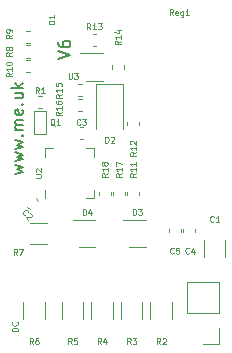
<source format=gbr>
%TF.GenerationSoftware,KiCad,Pcbnew,(5.1.9-0-10_14)*%
%TF.CreationDate,2021-07-20T13:17:21+01:00*%
%TF.ProjectId,Generic,47656e65-7269-4632-9e6b-696361645f70,6*%
%TF.SameCoordinates,Original*%
%TF.FileFunction,Legend,Top*%
%TF.FilePolarity,Positive*%
%FSLAX46Y46*%
G04 Gerber Fmt 4.6, Leading zero omitted, Abs format (unit mm)*
G04 Created by KiCad (PCBNEW (5.1.9-0-10_14)) date 2021-07-20 13:17:21*
%MOMM*%
%LPD*%
G01*
G04 APERTURE LIST*
%ADD10C,0.080000*%
%ADD11C,0.150000*%
%ADD12C,0.120000*%
%ADD13C,0.100000*%
G04 APERTURE END LIST*
D10*
X118326190Y-126080952D02*
X117826190Y-126080952D01*
X117826190Y-125961904D01*
X117850000Y-125890476D01*
X117897619Y-125842857D01*
X117945238Y-125819047D01*
X118040476Y-125795238D01*
X118111904Y-125795238D01*
X118207142Y-125819047D01*
X118254761Y-125842857D01*
X118302380Y-125890476D01*
X118326190Y-125961904D01*
X118326190Y-126080952D01*
X118278571Y-125295238D02*
X118302380Y-125319047D01*
X118326190Y-125390476D01*
X118326190Y-125438095D01*
X118302380Y-125509523D01*
X118254761Y-125557142D01*
X118207142Y-125580952D01*
X118111904Y-125604761D01*
X118040476Y-125604761D01*
X117945238Y-125580952D01*
X117897619Y-125557142D01*
X117850000Y-125509523D01*
X117826190Y-125438095D01*
X117826190Y-125390476D01*
X117850000Y-125319047D01*
X117873809Y-125295238D01*
D11*
X118085714Y-112757142D02*
X118752380Y-112566666D01*
X118276190Y-112376190D01*
X118752380Y-112185714D01*
X118085714Y-111995238D01*
X118085714Y-111709523D02*
X118752380Y-111519047D01*
X118276190Y-111328571D01*
X118752380Y-111138095D01*
X118085714Y-110947619D01*
X118085714Y-110661904D02*
X118752380Y-110471428D01*
X118276190Y-110280952D01*
X118752380Y-110090476D01*
X118085714Y-109900000D01*
X118657142Y-109519047D02*
X118704761Y-109471428D01*
X118752380Y-109519047D01*
X118704761Y-109566666D01*
X118657142Y-109519047D01*
X118752380Y-109519047D01*
X118752380Y-109042857D02*
X118085714Y-109042857D01*
X118180952Y-109042857D02*
X118133333Y-108995238D01*
X118085714Y-108900000D01*
X118085714Y-108757142D01*
X118133333Y-108661904D01*
X118228571Y-108614285D01*
X118752380Y-108614285D01*
X118228571Y-108614285D02*
X118133333Y-108566666D01*
X118085714Y-108471428D01*
X118085714Y-108328571D01*
X118133333Y-108233333D01*
X118228571Y-108185714D01*
X118752380Y-108185714D01*
X118704761Y-107328571D02*
X118752380Y-107423809D01*
X118752380Y-107614285D01*
X118704761Y-107709523D01*
X118609523Y-107757142D01*
X118228571Y-107757142D01*
X118133333Y-107709523D01*
X118085714Y-107614285D01*
X118085714Y-107423809D01*
X118133333Y-107328571D01*
X118228571Y-107280952D01*
X118323809Y-107280952D01*
X118419047Y-107757142D01*
X118657142Y-106852380D02*
X118704761Y-106804761D01*
X118752380Y-106852380D01*
X118704761Y-106900000D01*
X118657142Y-106852380D01*
X118752380Y-106852380D01*
X118085714Y-105947619D02*
X118752380Y-105947619D01*
X118085714Y-106376190D02*
X118609523Y-106376190D01*
X118704761Y-106328571D01*
X118752380Y-106233333D01*
X118752380Y-106090476D01*
X118704761Y-105995238D01*
X118657142Y-105947619D01*
X118752380Y-105471428D02*
X117752380Y-105471428D01*
X118371428Y-105376190D02*
X118752380Y-105090476D01*
X118085714Y-105090476D02*
X118466666Y-105471428D01*
X121752380Y-103009523D02*
X122752380Y-102676190D01*
X121752380Y-102342857D01*
X121752380Y-101580952D02*
X121752380Y-101771428D01*
X121800000Y-101866666D01*
X121847619Y-101914285D01*
X121990476Y-102009523D01*
X122180952Y-102057142D01*
X122561904Y-102057142D01*
X122657142Y-102009523D01*
X122704761Y-101961904D01*
X122752380Y-101866666D01*
X122752380Y-101676190D01*
X122704761Y-101580952D01*
X122657142Y-101533333D01*
X122561904Y-101485714D01*
X122323809Y-101485714D01*
X122228571Y-101533333D01*
X122180952Y-101580952D01*
X122133333Y-101676190D01*
X122133333Y-101866666D01*
X122180952Y-101961904D01*
X122228571Y-102009523D01*
X122323809Y-102057142D01*
D12*
%TO.C,C5*%
X132110000Y-117434420D02*
X132110000Y-117715580D01*
X131090000Y-117434420D02*
X131090000Y-117715580D01*
%TO.C,C4*%
X133310000Y-117434420D02*
X133310000Y-117715580D01*
X132290000Y-117434420D02*
X132290000Y-117715580D01*
%TO.C,C3*%
X123559420Y-108790000D02*
X123840580Y-108790000D01*
X123559420Y-109810000D02*
X123840580Y-109810000D01*
%TO.C,R18*%
X126210000Y-114259420D02*
X126210000Y-114540580D01*
X125190000Y-114259420D02*
X125190000Y-114540580D01*
%TO.C,R17*%
X126390000Y-114540580D02*
X126390000Y-114259420D01*
X127410000Y-114540580D02*
X127410000Y-114259420D01*
%TO.C,D3*%
X129150000Y-116640000D02*
X127250000Y-116640000D01*
X127750000Y-118960000D02*
X129150000Y-118960000D01*
%TO.C,D4*%
X124900000Y-116640000D02*
X123000000Y-116640000D01*
X123500000Y-118960000D02*
X124900000Y-118960000D01*
%TO.C,R13*%
X124659420Y-100890000D02*
X124940580Y-100890000D01*
X124659420Y-101910000D02*
X124940580Y-101910000D01*
%TO.C,R10*%
X119059420Y-103090000D02*
X119340580Y-103090000D01*
X119059420Y-104110000D02*
X119340580Y-104110000D01*
%TO.C,R9*%
X119059420Y-100690000D02*
X119340580Y-100690000D01*
X119059420Y-101710000D02*
X119340580Y-101710000D01*
%TO.C,U2*%
X120590000Y-114085000D02*
X120590000Y-114810000D01*
X124810000Y-110590000D02*
X124085000Y-110590000D01*
X124810000Y-111315000D02*
X124810000Y-110590000D01*
X124810000Y-114810000D02*
X124085000Y-114810000D01*
X124810000Y-114085000D02*
X124810000Y-114810000D01*
X120590000Y-110590000D02*
X121315000Y-110590000D01*
X120590000Y-111315000D02*
X120590000Y-110590000D01*
%TO.C,U3*%
X125500000Y-102540000D02*
X123600000Y-102540000D01*
X124100000Y-104860000D02*
X125500000Y-104860000D01*
%TO.C,C2*%
X119861219Y-114839970D02*
X120060030Y-115038781D01*
X119139970Y-115561219D02*
X119338781Y-115760030D01*
%TO.C,R14*%
X127310000Y-103559420D02*
X127310000Y-103840580D01*
X126290000Y-103559420D02*
X126290000Y-103840580D01*
%TO.C,D2*%
X127235000Y-109000000D02*
X127235000Y-105115000D01*
X127235000Y-105115000D02*
X124965000Y-105115000D01*
X124965000Y-105115000D02*
X124965000Y-109000000D01*
%TO.C,Q1*%
X119700000Y-107400000D02*
X120700000Y-107400000D01*
X119700000Y-109400000D02*
X119700000Y-107400000D01*
X120700000Y-109400000D02*
X119700000Y-109400000D01*
X120700000Y-107400000D02*
X120700000Y-109400000D01*
%TO.C,J3*%
X135330000Y-121930000D02*
X132670000Y-121930000D01*
X135330000Y-124530000D02*
X135330000Y-121930000D01*
X132670000Y-124530000D02*
X132670000Y-121930000D01*
X135330000Y-124530000D02*
X132670000Y-124530000D01*
X135330000Y-125800000D02*
X135330000Y-127130000D01*
X135330000Y-127130000D02*
X134000000Y-127130000D01*
%TO.C,R16*%
X123740580Y-107410000D02*
X123459420Y-107410000D01*
X123740580Y-106390000D02*
X123459420Y-106390000D01*
%TO.C,R15*%
X123459420Y-105190000D02*
X123740580Y-105190000D01*
X123459420Y-106210000D02*
X123740580Y-106210000D01*
%TO.C,R8*%
X119059420Y-101890000D02*
X119340580Y-101890000D01*
X119059420Y-102910000D02*
X119340580Y-102910000D01*
%TO.C,R1*%
X120340580Y-107210000D02*
X120059420Y-107210000D01*
X120340580Y-106190000D02*
X120059420Y-106190000D01*
%TO.C,R12*%
X128610000Y-108359420D02*
X128610000Y-108640580D01*
X127590000Y-108359420D02*
X127590000Y-108640580D01*
%TO.C,R11*%
X128610000Y-114259420D02*
X128610000Y-114540580D01*
X127590000Y-114259420D02*
X127590000Y-114540580D01*
%TO.C,R7*%
X119322936Y-116890000D02*
X120777064Y-116890000D01*
X119322936Y-118710000D02*
X120777064Y-118710000D01*
%TO.C,R6*%
X118790000Y-125077064D02*
X118790000Y-123622936D01*
X120610000Y-125077064D02*
X120610000Y-123622936D01*
%TO.C,R5*%
X122060000Y-125077064D02*
X122060000Y-123622936D01*
X123880000Y-125077064D02*
X123880000Y-123622936D01*
%TO.C,R4*%
X124560000Y-125077064D02*
X124560000Y-123622936D01*
X126380000Y-125077064D02*
X126380000Y-123622936D01*
%TO.C,R3*%
X127060000Y-125077064D02*
X127060000Y-123622936D01*
X128880000Y-125077064D02*
X128880000Y-123622936D01*
%TO.C,R2*%
X129560000Y-125077064D02*
X129560000Y-123622936D01*
X131380000Y-125077064D02*
X131380000Y-123622936D01*
%TO.C,C1*%
X134090000Y-119827064D02*
X134090000Y-118372936D01*
X135910000Y-119827064D02*
X135910000Y-118372936D01*
%TO.C,D1*%
D10*
X121426190Y-100069047D02*
X120926190Y-100069047D01*
X120926190Y-99950000D01*
X120950000Y-99878571D01*
X120997619Y-99830952D01*
X121045238Y-99807142D01*
X121140476Y-99783333D01*
X121211904Y-99783333D01*
X121307142Y-99807142D01*
X121354761Y-99830952D01*
X121402380Y-99878571D01*
X121426190Y-99950000D01*
X121426190Y-100069047D01*
X121426190Y-99307142D02*
X121426190Y-99592857D01*
X121426190Y-99450000D02*
X120926190Y-99450000D01*
X120997619Y-99497619D01*
X121045238Y-99545238D01*
X121069047Y-99592857D01*
%TO.C,C5*%
X131516666Y-119478571D02*
X131492857Y-119502380D01*
X131421428Y-119526190D01*
X131373809Y-119526190D01*
X131302380Y-119502380D01*
X131254761Y-119454761D01*
X131230952Y-119407142D01*
X131207142Y-119311904D01*
X131207142Y-119240476D01*
X131230952Y-119145238D01*
X131254761Y-119097619D01*
X131302380Y-119050000D01*
X131373809Y-119026190D01*
X131421428Y-119026190D01*
X131492857Y-119050000D01*
X131516666Y-119073809D01*
X131969047Y-119026190D02*
X131730952Y-119026190D01*
X131707142Y-119264285D01*
X131730952Y-119240476D01*
X131778571Y-119216666D01*
X131897619Y-119216666D01*
X131945238Y-119240476D01*
X131969047Y-119264285D01*
X131992857Y-119311904D01*
X131992857Y-119430952D01*
X131969047Y-119478571D01*
X131945238Y-119502380D01*
X131897619Y-119526190D01*
X131778571Y-119526190D01*
X131730952Y-119502380D01*
X131707142Y-119478571D01*
%TO.C,C4*%
X132816666Y-119478571D02*
X132792857Y-119502380D01*
X132721428Y-119526190D01*
X132673809Y-119526190D01*
X132602380Y-119502380D01*
X132554761Y-119454761D01*
X132530952Y-119407142D01*
X132507142Y-119311904D01*
X132507142Y-119240476D01*
X132530952Y-119145238D01*
X132554761Y-119097619D01*
X132602380Y-119050000D01*
X132673809Y-119026190D01*
X132721428Y-119026190D01*
X132792857Y-119050000D01*
X132816666Y-119073809D01*
X133245238Y-119192857D02*
X133245238Y-119526190D01*
X133126190Y-119002380D02*
X133007142Y-119359523D01*
X133316666Y-119359523D01*
%TO.C,C3*%
X123616666Y-108578571D02*
X123592857Y-108602380D01*
X123521428Y-108626190D01*
X123473809Y-108626190D01*
X123402380Y-108602380D01*
X123354761Y-108554761D01*
X123330952Y-108507142D01*
X123307142Y-108411904D01*
X123307142Y-108340476D01*
X123330952Y-108245238D01*
X123354761Y-108197619D01*
X123402380Y-108150000D01*
X123473809Y-108126190D01*
X123521428Y-108126190D01*
X123592857Y-108150000D01*
X123616666Y-108173809D01*
X123783333Y-108126190D02*
X124092857Y-108126190D01*
X123926190Y-108316666D01*
X123997619Y-108316666D01*
X124045238Y-108340476D01*
X124069047Y-108364285D01*
X124092857Y-108411904D01*
X124092857Y-108530952D01*
X124069047Y-108578571D01*
X124045238Y-108602380D01*
X123997619Y-108626190D01*
X123854761Y-108626190D01*
X123807142Y-108602380D01*
X123783333Y-108578571D01*
%TO.C,R18*%
X125926190Y-112721428D02*
X125688095Y-112888095D01*
X125926190Y-113007142D02*
X125426190Y-113007142D01*
X125426190Y-112816666D01*
X125450000Y-112769047D01*
X125473809Y-112745238D01*
X125521428Y-112721428D01*
X125592857Y-112721428D01*
X125640476Y-112745238D01*
X125664285Y-112769047D01*
X125688095Y-112816666D01*
X125688095Y-113007142D01*
X125926190Y-112245238D02*
X125926190Y-112530952D01*
X125926190Y-112388095D02*
X125426190Y-112388095D01*
X125497619Y-112435714D01*
X125545238Y-112483333D01*
X125569047Y-112530952D01*
X125640476Y-111959523D02*
X125616666Y-112007142D01*
X125592857Y-112030952D01*
X125545238Y-112054761D01*
X125521428Y-112054761D01*
X125473809Y-112030952D01*
X125450000Y-112007142D01*
X125426190Y-111959523D01*
X125426190Y-111864285D01*
X125450000Y-111816666D01*
X125473809Y-111792857D01*
X125521428Y-111769047D01*
X125545238Y-111769047D01*
X125592857Y-111792857D01*
X125616666Y-111816666D01*
X125640476Y-111864285D01*
X125640476Y-111959523D01*
X125664285Y-112007142D01*
X125688095Y-112030952D01*
X125735714Y-112054761D01*
X125830952Y-112054761D01*
X125878571Y-112030952D01*
X125902380Y-112007142D01*
X125926190Y-111959523D01*
X125926190Y-111864285D01*
X125902380Y-111816666D01*
X125878571Y-111792857D01*
X125830952Y-111769047D01*
X125735714Y-111769047D01*
X125688095Y-111792857D01*
X125664285Y-111816666D01*
X125640476Y-111864285D01*
%TO.C,R17*%
X127126190Y-112721428D02*
X126888095Y-112888095D01*
X127126190Y-113007142D02*
X126626190Y-113007142D01*
X126626190Y-112816666D01*
X126650000Y-112769047D01*
X126673809Y-112745238D01*
X126721428Y-112721428D01*
X126792857Y-112721428D01*
X126840476Y-112745238D01*
X126864285Y-112769047D01*
X126888095Y-112816666D01*
X126888095Y-113007142D01*
X127126190Y-112245238D02*
X127126190Y-112530952D01*
X127126190Y-112388095D02*
X126626190Y-112388095D01*
X126697619Y-112435714D01*
X126745238Y-112483333D01*
X126769047Y-112530952D01*
X126626190Y-112078571D02*
X126626190Y-111745238D01*
X127126190Y-111959523D01*
%TO.C,D3*%
X128080952Y-116226190D02*
X128080952Y-115726190D01*
X128200000Y-115726190D01*
X128271428Y-115750000D01*
X128319047Y-115797619D01*
X128342857Y-115845238D01*
X128366666Y-115940476D01*
X128366666Y-116011904D01*
X128342857Y-116107142D01*
X128319047Y-116154761D01*
X128271428Y-116202380D01*
X128200000Y-116226190D01*
X128080952Y-116226190D01*
X128533333Y-115726190D02*
X128842857Y-115726190D01*
X128676190Y-115916666D01*
X128747619Y-115916666D01*
X128795238Y-115940476D01*
X128819047Y-115964285D01*
X128842857Y-116011904D01*
X128842857Y-116130952D01*
X128819047Y-116178571D01*
X128795238Y-116202380D01*
X128747619Y-116226190D01*
X128604761Y-116226190D01*
X128557142Y-116202380D01*
X128533333Y-116178571D01*
%TO.C,D4*%
X123830952Y-116226190D02*
X123830952Y-115726190D01*
X123950000Y-115726190D01*
X124021428Y-115750000D01*
X124069047Y-115797619D01*
X124092857Y-115845238D01*
X124116666Y-115940476D01*
X124116666Y-116011904D01*
X124092857Y-116107142D01*
X124069047Y-116154761D01*
X124021428Y-116202380D01*
X123950000Y-116226190D01*
X123830952Y-116226190D01*
X124545238Y-115892857D02*
X124545238Y-116226190D01*
X124426190Y-115702380D02*
X124307142Y-116059523D01*
X124616666Y-116059523D01*
%TO.C,R13*%
X124478571Y-100526190D02*
X124311904Y-100288095D01*
X124192857Y-100526190D02*
X124192857Y-100026190D01*
X124383333Y-100026190D01*
X124430952Y-100050000D01*
X124454761Y-100073809D01*
X124478571Y-100121428D01*
X124478571Y-100192857D01*
X124454761Y-100240476D01*
X124430952Y-100264285D01*
X124383333Y-100288095D01*
X124192857Y-100288095D01*
X124954761Y-100526190D02*
X124669047Y-100526190D01*
X124811904Y-100526190D02*
X124811904Y-100026190D01*
X124764285Y-100097619D01*
X124716666Y-100145238D01*
X124669047Y-100169047D01*
X125121428Y-100026190D02*
X125430952Y-100026190D01*
X125264285Y-100216666D01*
X125335714Y-100216666D01*
X125383333Y-100240476D01*
X125407142Y-100264285D01*
X125430952Y-100311904D01*
X125430952Y-100430952D01*
X125407142Y-100478571D01*
X125383333Y-100502380D01*
X125335714Y-100526190D01*
X125192857Y-100526190D01*
X125145238Y-100502380D01*
X125121428Y-100478571D01*
%TO.C,R10*%
X117826190Y-104221428D02*
X117588095Y-104388095D01*
X117826190Y-104507142D02*
X117326190Y-104507142D01*
X117326190Y-104316666D01*
X117350000Y-104269047D01*
X117373809Y-104245238D01*
X117421428Y-104221428D01*
X117492857Y-104221428D01*
X117540476Y-104245238D01*
X117564285Y-104269047D01*
X117588095Y-104316666D01*
X117588095Y-104507142D01*
X117826190Y-103745238D02*
X117826190Y-104030952D01*
X117826190Y-103888095D02*
X117326190Y-103888095D01*
X117397619Y-103935714D01*
X117445238Y-103983333D01*
X117469047Y-104030952D01*
X117326190Y-103435714D02*
X117326190Y-103388095D01*
X117350000Y-103340476D01*
X117373809Y-103316666D01*
X117421428Y-103292857D01*
X117516666Y-103269047D01*
X117635714Y-103269047D01*
X117730952Y-103292857D01*
X117778571Y-103316666D01*
X117802380Y-103340476D01*
X117826190Y-103388095D01*
X117826190Y-103435714D01*
X117802380Y-103483333D01*
X117778571Y-103507142D01*
X117730952Y-103530952D01*
X117635714Y-103554761D01*
X117516666Y-103554761D01*
X117421428Y-103530952D01*
X117373809Y-103507142D01*
X117350000Y-103483333D01*
X117326190Y-103435714D01*
%TO.C,R9*%
X117826190Y-100983333D02*
X117588095Y-101150000D01*
X117826190Y-101269047D02*
X117326190Y-101269047D01*
X117326190Y-101078571D01*
X117350000Y-101030952D01*
X117373809Y-101007142D01*
X117421428Y-100983333D01*
X117492857Y-100983333D01*
X117540476Y-101007142D01*
X117564285Y-101030952D01*
X117588095Y-101078571D01*
X117588095Y-101269047D01*
X117826190Y-100745238D02*
X117826190Y-100650000D01*
X117802380Y-100602380D01*
X117778571Y-100578571D01*
X117707142Y-100530952D01*
X117611904Y-100507142D01*
X117421428Y-100507142D01*
X117373809Y-100530952D01*
X117350000Y-100554761D01*
X117326190Y-100602380D01*
X117326190Y-100697619D01*
X117350000Y-100745238D01*
X117373809Y-100769047D01*
X117421428Y-100792857D01*
X117540476Y-100792857D01*
X117588095Y-100769047D01*
X117611904Y-100745238D01*
X117635714Y-100697619D01*
X117635714Y-100602380D01*
X117611904Y-100554761D01*
X117588095Y-100530952D01*
X117540476Y-100507142D01*
%TO.C,U2*%
X119826190Y-113080952D02*
X120230952Y-113080952D01*
X120278571Y-113057142D01*
X120302380Y-113033333D01*
X120326190Y-112985714D01*
X120326190Y-112890476D01*
X120302380Y-112842857D01*
X120278571Y-112819047D01*
X120230952Y-112795238D01*
X119826190Y-112795238D01*
X119873809Y-112580952D02*
X119850000Y-112557142D01*
X119826190Y-112509523D01*
X119826190Y-112390476D01*
X119850000Y-112342857D01*
X119873809Y-112319047D01*
X119921428Y-112295238D01*
X119969047Y-112295238D01*
X120040476Y-112319047D01*
X120326190Y-112604761D01*
X120326190Y-112295238D01*
%TO.C,U3*%
X122619047Y-104226190D02*
X122619047Y-104630952D01*
X122642857Y-104678571D01*
X122666666Y-104702380D01*
X122714285Y-104726190D01*
X122809523Y-104726190D01*
X122857142Y-104702380D01*
X122880952Y-104678571D01*
X122904761Y-104630952D01*
X122904761Y-104226190D01*
X123095238Y-104226190D02*
X123404761Y-104226190D01*
X123238095Y-104416666D01*
X123309523Y-104416666D01*
X123357142Y-104440476D01*
X123380952Y-104464285D01*
X123404761Y-104511904D01*
X123404761Y-104630952D01*
X123380952Y-104678571D01*
X123357142Y-104702380D01*
X123309523Y-104726190D01*
X123166666Y-104726190D01*
X123119047Y-104702380D01*
X123095238Y-104678571D01*
%TO.C,C2*%
X118914806Y-116267343D02*
X118881134Y-116267343D01*
X118813791Y-116233671D01*
X118780119Y-116200000D01*
X118746447Y-116132656D01*
X118746447Y-116065312D01*
X118763283Y-116014805D01*
X118813791Y-115930625D01*
X118864298Y-115880118D01*
X118948478Y-115829610D01*
X118998985Y-115812774D01*
X119066329Y-115812774D01*
X119133672Y-115846446D01*
X119167344Y-115880118D01*
X119201016Y-115947461D01*
X119201016Y-115981133D01*
X119335703Y-116115820D02*
X119369375Y-116115820D01*
X119419882Y-116132656D01*
X119504062Y-116216835D01*
X119520897Y-116267343D01*
X119520897Y-116301015D01*
X119504062Y-116351522D01*
X119470390Y-116385194D01*
X119403046Y-116418866D01*
X118998985Y-116418866D01*
X119217852Y-116637732D01*
%TO.C,Reg1*%
D13*
X131476190Y-99326190D02*
X131309523Y-99088095D01*
X131190476Y-99326190D02*
X131190476Y-98826190D01*
X131380952Y-98826190D01*
X131428571Y-98850000D01*
X131452380Y-98873809D01*
X131476190Y-98921428D01*
X131476190Y-98992857D01*
X131452380Y-99040476D01*
X131428571Y-99064285D01*
X131380952Y-99088095D01*
X131190476Y-99088095D01*
X131880952Y-99302380D02*
X131833333Y-99326190D01*
X131738095Y-99326190D01*
X131690476Y-99302380D01*
X131666666Y-99254761D01*
X131666666Y-99064285D01*
X131690476Y-99016666D01*
X131738095Y-98992857D01*
X131833333Y-98992857D01*
X131880952Y-99016666D01*
X131904761Y-99064285D01*
X131904761Y-99111904D01*
X131666666Y-99159523D01*
X132333333Y-98992857D02*
X132333333Y-99397619D01*
X132309523Y-99445238D01*
X132285714Y-99469047D01*
X132238095Y-99492857D01*
X132166666Y-99492857D01*
X132119047Y-99469047D01*
X132333333Y-99302380D02*
X132285714Y-99326190D01*
X132190476Y-99326190D01*
X132142857Y-99302380D01*
X132119047Y-99278571D01*
X132095238Y-99230952D01*
X132095238Y-99088095D01*
X132119047Y-99040476D01*
X132142857Y-99016666D01*
X132190476Y-98992857D01*
X132285714Y-98992857D01*
X132333333Y-99016666D01*
X132833333Y-99326190D02*
X132547619Y-99326190D01*
X132690476Y-99326190D02*
X132690476Y-98826190D01*
X132642857Y-98897619D01*
X132595238Y-98945238D01*
X132547619Y-98969047D01*
%TO.C,R14*%
D10*
X127026190Y-101521428D02*
X126788095Y-101688095D01*
X127026190Y-101807142D02*
X126526190Y-101807142D01*
X126526190Y-101616666D01*
X126550000Y-101569047D01*
X126573809Y-101545238D01*
X126621428Y-101521428D01*
X126692857Y-101521428D01*
X126740476Y-101545238D01*
X126764285Y-101569047D01*
X126788095Y-101616666D01*
X126788095Y-101807142D01*
X127026190Y-101045238D02*
X127026190Y-101330952D01*
X127026190Y-101188095D02*
X126526190Y-101188095D01*
X126597619Y-101235714D01*
X126645238Y-101283333D01*
X126669047Y-101330952D01*
X126692857Y-100616666D02*
X127026190Y-100616666D01*
X126502380Y-100735714D02*
X126859523Y-100854761D01*
X126859523Y-100545238D01*
%TO.C,D2*%
X125730952Y-110126190D02*
X125730952Y-109626190D01*
X125850000Y-109626190D01*
X125921428Y-109650000D01*
X125969047Y-109697619D01*
X125992857Y-109745238D01*
X126016666Y-109840476D01*
X126016666Y-109911904D01*
X125992857Y-110007142D01*
X125969047Y-110054761D01*
X125921428Y-110102380D01*
X125850000Y-110126190D01*
X125730952Y-110126190D01*
X126207142Y-109673809D02*
X126230952Y-109650000D01*
X126278571Y-109626190D01*
X126397619Y-109626190D01*
X126445238Y-109650000D01*
X126469047Y-109673809D01*
X126492857Y-109721428D01*
X126492857Y-109769047D01*
X126469047Y-109840476D01*
X126183333Y-110126190D01*
X126492857Y-110126190D01*
%TO.C,Q1*%
X121452380Y-108673809D02*
X121404761Y-108650000D01*
X121357142Y-108602380D01*
X121285714Y-108530952D01*
X121238095Y-108507142D01*
X121190476Y-108507142D01*
X121214285Y-108626190D02*
X121166666Y-108602380D01*
X121119047Y-108554761D01*
X121095238Y-108459523D01*
X121095238Y-108292857D01*
X121119047Y-108197619D01*
X121166666Y-108150000D01*
X121214285Y-108126190D01*
X121309523Y-108126190D01*
X121357142Y-108150000D01*
X121404761Y-108197619D01*
X121428571Y-108292857D01*
X121428571Y-108459523D01*
X121404761Y-108554761D01*
X121357142Y-108602380D01*
X121309523Y-108626190D01*
X121214285Y-108626190D01*
X121904761Y-108626190D02*
X121619047Y-108626190D01*
X121761904Y-108626190D02*
X121761904Y-108126190D01*
X121714285Y-108197619D01*
X121666666Y-108245238D01*
X121619047Y-108269047D01*
%TO.C,R16*%
X122026190Y-107521428D02*
X121788095Y-107688095D01*
X122026190Y-107807142D02*
X121526190Y-107807142D01*
X121526190Y-107616666D01*
X121550000Y-107569047D01*
X121573809Y-107545238D01*
X121621428Y-107521428D01*
X121692857Y-107521428D01*
X121740476Y-107545238D01*
X121764285Y-107569047D01*
X121788095Y-107616666D01*
X121788095Y-107807142D01*
X122026190Y-107045238D02*
X122026190Y-107330952D01*
X122026190Y-107188095D02*
X121526190Y-107188095D01*
X121597619Y-107235714D01*
X121645238Y-107283333D01*
X121669047Y-107330952D01*
X121526190Y-106616666D02*
X121526190Y-106711904D01*
X121550000Y-106759523D01*
X121573809Y-106783333D01*
X121645238Y-106830952D01*
X121740476Y-106854761D01*
X121930952Y-106854761D01*
X121978571Y-106830952D01*
X122002380Y-106807142D01*
X122026190Y-106759523D01*
X122026190Y-106664285D01*
X122002380Y-106616666D01*
X121978571Y-106592857D01*
X121930952Y-106569047D01*
X121811904Y-106569047D01*
X121764285Y-106592857D01*
X121740476Y-106616666D01*
X121716666Y-106664285D01*
X121716666Y-106759523D01*
X121740476Y-106807142D01*
X121764285Y-106830952D01*
X121811904Y-106854761D01*
%TO.C,R15*%
X122026190Y-106021428D02*
X121788095Y-106188095D01*
X122026190Y-106307142D02*
X121526190Y-106307142D01*
X121526190Y-106116666D01*
X121550000Y-106069047D01*
X121573809Y-106045238D01*
X121621428Y-106021428D01*
X121692857Y-106021428D01*
X121740476Y-106045238D01*
X121764285Y-106069047D01*
X121788095Y-106116666D01*
X121788095Y-106307142D01*
X122026190Y-105545238D02*
X122026190Y-105830952D01*
X122026190Y-105688095D02*
X121526190Y-105688095D01*
X121597619Y-105735714D01*
X121645238Y-105783333D01*
X121669047Y-105830952D01*
X121526190Y-105092857D02*
X121526190Y-105330952D01*
X121764285Y-105354761D01*
X121740476Y-105330952D01*
X121716666Y-105283333D01*
X121716666Y-105164285D01*
X121740476Y-105116666D01*
X121764285Y-105092857D01*
X121811904Y-105069047D01*
X121930952Y-105069047D01*
X121978571Y-105092857D01*
X122002380Y-105116666D01*
X122026190Y-105164285D01*
X122026190Y-105283333D01*
X122002380Y-105330952D01*
X121978571Y-105354761D01*
%TO.C,R8*%
X117826190Y-102483333D02*
X117588095Y-102650000D01*
X117826190Y-102769047D02*
X117326190Y-102769047D01*
X117326190Y-102578571D01*
X117350000Y-102530952D01*
X117373809Y-102507142D01*
X117421428Y-102483333D01*
X117492857Y-102483333D01*
X117540476Y-102507142D01*
X117564285Y-102530952D01*
X117588095Y-102578571D01*
X117588095Y-102769047D01*
X117540476Y-102197619D02*
X117516666Y-102245238D01*
X117492857Y-102269047D01*
X117445238Y-102292857D01*
X117421428Y-102292857D01*
X117373809Y-102269047D01*
X117350000Y-102245238D01*
X117326190Y-102197619D01*
X117326190Y-102102380D01*
X117350000Y-102054761D01*
X117373809Y-102030952D01*
X117421428Y-102007142D01*
X117445238Y-102007142D01*
X117492857Y-102030952D01*
X117516666Y-102054761D01*
X117540476Y-102102380D01*
X117540476Y-102197619D01*
X117564285Y-102245238D01*
X117588095Y-102269047D01*
X117635714Y-102292857D01*
X117730952Y-102292857D01*
X117778571Y-102269047D01*
X117802380Y-102245238D01*
X117826190Y-102197619D01*
X117826190Y-102102380D01*
X117802380Y-102054761D01*
X117778571Y-102030952D01*
X117730952Y-102007142D01*
X117635714Y-102007142D01*
X117588095Y-102030952D01*
X117564285Y-102054761D01*
X117540476Y-102102380D01*
%TO.C,R1*%
X120116666Y-105926190D02*
X119950000Y-105688095D01*
X119830952Y-105926190D02*
X119830952Y-105426190D01*
X120021428Y-105426190D01*
X120069047Y-105450000D01*
X120092857Y-105473809D01*
X120116666Y-105521428D01*
X120116666Y-105592857D01*
X120092857Y-105640476D01*
X120069047Y-105664285D01*
X120021428Y-105688095D01*
X119830952Y-105688095D01*
X120592857Y-105926190D02*
X120307142Y-105926190D01*
X120450000Y-105926190D02*
X120450000Y-105426190D01*
X120402380Y-105497619D01*
X120354761Y-105545238D01*
X120307142Y-105569047D01*
%TO.C,R12*%
X128326190Y-110921428D02*
X128088095Y-111088095D01*
X128326190Y-111207142D02*
X127826190Y-111207142D01*
X127826190Y-111016666D01*
X127850000Y-110969047D01*
X127873809Y-110945238D01*
X127921428Y-110921428D01*
X127992857Y-110921428D01*
X128040476Y-110945238D01*
X128064285Y-110969047D01*
X128088095Y-111016666D01*
X128088095Y-111207142D01*
X128326190Y-110445238D02*
X128326190Y-110730952D01*
X128326190Y-110588095D02*
X127826190Y-110588095D01*
X127897619Y-110635714D01*
X127945238Y-110683333D01*
X127969047Y-110730952D01*
X127873809Y-110254761D02*
X127850000Y-110230952D01*
X127826190Y-110183333D01*
X127826190Y-110064285D01*
X127850000Y-110016666D01*
X127873809Y-109992857D01*
X127921428Y-109969047D01*
X127969047Y-109969047D01*
X128040476Y-109992857D01*
X128326190Y-110278571D01*
X128326190Y-109969047D01*
%TO.C,R11*%
X128326190Y-112721428D02*
X128088095Y-112888095D01*
X128326190Y-113007142D02*
X127826190Y-113007142D01*
X127826190Y-112816666D01*
X127850000Y-112769047D01*
X127873809Y-112745238D01*
X127921428Y-112721428D01*
X127992857Y-112721428D01*
X128040476Y-112745238D01*
X128064285Y-112769047D01*
X128088095Y-112816666D01*
X128088095Y-113007142D01*
X128326190Y-112245238D02*
X128326190Y-112530952D01*
X128326190Y-112388095D02*
X127826190Y-112388095D01*
X127897619Y-112435714D01*
X127945238Y-112483333D01*
X127969047Y-112530952D01*
X128326190Y-111769047D02*
X128326190Y-112054761D01*
X128326190Y-111911904D02*
X127826190Y-111911904D01*
X127897619Y-111959523D01*
X127945238Y-112007142D01*
X127969047Y-112054761D01*
%TO.C,R7*%
X118266666Y-119626190D02*
X118100000Y-119388095D01*
X117980952Y-119626190D02*
X117980952Y-119126190D01*
X118171428Y-119126190D01*
X118219047Y-119150000D01*
X118242857Y-119173809D01*
X118266666Y-119221428D01*
X118266666Y-119292857D01*
X118242857Y-119340476D01*
X118219047Y-119364285D01*
X118171428Y-119388095D01*
X117980952Y-119388095D01*
X118433333Y-119126190D02*
X118766666Y-119126190D01*
X118552380Y-119626190D01*
%TO.C,R6*%
X119616666Y-127176190D02*
X119450000Y-126938095D01*
X119330952Y-127176190D02*
X119330952Y-126676190D01*
X119521428Y-126676190D01*
X119569047Y-126700000D01*
X119592857Y-126723809D01*
X119616666Y-126771428D01*
X119616666Y-126842857D01*
X119592857Y-126890476D01*
X119569047Y-126914285D01*
X119521428Y-126938095D01*
X119330952Y-126938095D01*
X120045238Y-126676190D02*
X119950000Y-126676190D01*
X119902380Y-126700000D01*
X119878571Y-126723809D01*
X119830952Y-126795238D01*
X119807142Y-126890476D01*
X119807142Y-127080952D01*
X119830952Y-127128571D01*
X119854761Y-127152380D01*
X119902380Y-127176190D01*
X119997619Y-127176190D01*
X120045238Y-127152380D01*
X120069047Y-127128571D01*
X120092857Y-127080952D01*
X120092857Y-126961904D01*
X120069047Y-126914285D01*
X120045238Y-126890476D01*
X119997619Y-126866666D01*
X119902380Y-126866666D01*
X119854761Y-126890476D01*
X119830952Y-126914285D01*
X119807142Y-126961904D01*
%TO.C,R5*%
X122886666Y-127176190D02*
X122720000Y-126938095D01*
X122600952Y-127176190D02*
X122600952Y-126676190D01*
X122791428Y-126676190D01*
X122839047Y-126700000D01*
X122862857Y-126723809D01*
X122886666Y-126771428D01*
X122886666Y-126842857D01*
X122862857Y-126890476D01*
X122839047Y-126914285D01*
X122791428Y-126938095D01*
X122600952Y-126938095D01*
X123339047Y-126676190D02*
X123100952Y-126676190D01*
X123077142Y-126914285D01*
X123100952Y-126890476D01*
X123148571Y-126866666D01*
X123267619Y-126866666D01*
X123315238Y-126890476D01*
X123339047Y-126914285D01*
X123362857Y-126961904D01*
X123362857Y-127080952D01*
X123339047Y-127128571D01*
X123315238Y-127152380D01*
X123267619Y-127176190D01*
X123148571Y-127176190D01*
X123100952Y-127152380D01*
X123077142Y-127128571D01*
%TO.C,R4*%
X125386666Y-127176190D02*
X125220000Y-126938095D01*
X125100952Y-127176190D02*
X125100952Y-126676190D01*
X125291428Y-126676190D01*
X125339047Y-126700000D01*
X125362857Y-126723809D01*
X125386666Y-126771428D01*
X125386666Y-126842857D01*
X125362857Y-126890476D01*
X125339047Y-126914285D01*
X125291428Y-126938095D01*
X125100952Y-126938095D01*
X125815238Y-126842857D02*
X125815238Y-127176190D01*
X125696190Y-126652380D02*
X125577142Y-127009523D01*
X125886666Y-127009523D01*
%TO.C,R3*%
X127886666Y-127176190D02*
X127720000Y-126938095D01*
X127600952Y-127176190D02*
X127600952Y-126676190D01*
X127791428Y-126676190D01*
X127839047Y-126700000D01*
X127862857Y-126723809D01*
X127886666Y-126771428D01*
X127886666Y-126842857D01*
X127862857Y-126890476D01*
X127839047Y-126914285D01*
X127791428Y-126938095D01*
X127600952Y-126938095D01*
X128053333Y-126676190D02*
X128362857Y-126676190D01*
X128196190Y-126866666D01*
X128267619Y-126866666D01*
X128315238Y-126890476D01*
X128339047Y-126914285D01*
X128362857Y-126961904D01*
X128362857Y-127080952D01*
X128339047Y-127128571D01*
X128315238Y-127152380D01*
X128267619Y-127176190D01*
X128124761Y-127176190D01*
X128077142Y-127152380D01*
X128053333Y-127128571D01*
%TO.C,R2*%
X130386666Y-127176190D02*
X130220000Y-126938095D01*
X130100952Y-127176190D02*
X130100952Y-126676190D01*
X130291428Y-126676190D01*
X130339047Y-126700000D01*
X130362857Y-126723809D01*
X130386666Y-126771428D01*
X130386666Y-126842857D01*
X130362857Y-126890476D01*
X130339047Y-126914285D01*
X130291428Y-126938095D01*
X130100952Y-126938095D01*
X130577142Y-126723809D02*
X130600952Y-126700000D01*
X130648571Y-126676190D01*
X130767619Y-126676190D01*
X130815238Y-126700000D01*
X130839047Y-126723809D01*
X130862857Y-126771428D01*
X130862857Y-126819047D01*
X130839047Y-126890476D01*
X130553333Y-127176190D01*
X130862857Y-127176190D01*
%TO.C,C1*%
X134916666Y-116778571D02*
X134892857Y-116802380D01*
X134821428Y-116826190D01*
X134773809Y-116826190D01*
X134702380Y-116802380D01*
X134654761Y-116754761D01*
X134630952Y-116707142D01*
X134607142Y-116611904D01*
X134607142Y-116540476D01*
X134630952Y-116445238D01*
X134654761Y-116397619D01*
X134702380Y-116350000D01*
X134773809Y-116326190D01*
X134821428Y-116326190D01*
X134892857Y-116350000D01*
X134916666Y-116373809D01*
X135392857Y-116826190D02*
X135107142Y-116826190D01*
X135250000Y-116826190D02*
X135250000Y-116326190D01*
X135202380Y-116397619D01*
X135154761Y-116445238D01*
X135107142Y-116469047D01*
%TD*%
M02*

</source>
